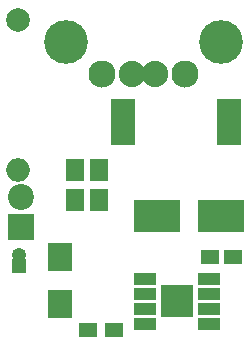
<source format=gbr>
G04 #@! TF.GenerationSoftware,KiCad,Pcbnew,(5.0.0-3-g5ebb6b6)*
G04 #@! TF.CreationDate,2018-09-18T15:00:12-07:00*
G04 #@! TF.ProjectId,phone_charger,70686F6E655F636861726765722E6B69,rev?*
G04 #@! TF.SameCoordinates,Original*
G04 #@! TF.FileFunction,Soldermask,Top*
G04 #@! TF.FilePolarity,Negative*
%FSLAX46Y46*%
G04 Gerber Fmt 4.6, Leading zero omitted, Abs format (unit mm)*
G04 Created by KiCad (PCBNEW (5.0.0-3-g5ebb6b6)) date Tuesday, September 18, 2018 at 03:00:12 PM*
%MOMM*%
%LPD*%
G01*
G04 APERTURE LIST*
%ADD10C,2.300000*%
%ADD11C,2.240000*%
%ADD12C,3.700000*%
%ADD13R,1.950000X1.000000*%
%ADD14R,1.575000X1.575000*%
%ADD15R,1.600000X1.150000*%
%ADD16R,1.650000X1.900000*%
%ADD17R,2.000000X2.400000*%
%ADD18R,3.900000X2.700000*%
%ADD19R,2.200000X2.200000*%
%ADD20C,2.200000*%
%ADD21R,1.230000X1.230000*%
%ADD22O,1.230000X1.230000*%
%ADD23R,1.600000X1.300000*%
%ADD24C,2.000000*%
%ADD25O,2.000000X2.000000*%
%ADD26R,2.100000X4.000000*%
G04 APERTURE END LIST*
D10*
G04 #@! TO.C,J2*
X104507200Y-60876000D03*
D11*
X102007200Y-60866000D03*
X100007200Y-60891000D03*
D10*
X97507200Y-60876000D03*
D12*
X107577200Y-58166000D03*
X94437200Y-58166000D03*
G04 #@! TD*
D13*
G04 #@! TO.C,U1*
X101163001Y-78187001D03*
X101163001Y-79457001D03*
X101163001Y-80727001D03*
X101163001Y-81997001D03*
X106563001Y-81997001D03*
X106563001Y-80727001D03*
X106563001Y-79457001D03*
X106563001Y-78187001D03*
D14*
X104450501Y-80679501D03*
X104450501Y-79504501D03*
X103275501Y-80679501D03*
X103275501Y-79504501D03*
G04 #@! TD*
D15*
G04 #@! TO.C,C2*
X108580000Y-76403200D03*
X106680000Y-76403200D03*
G04 #@! TD*
D16*
G04 #@! TO.C,C4*
X97282000Y-69037200D03*
X97282000Y-71537200D03*
G04 #@! TD*
G04 #@! TO.C,C3*
X95199200Y-69037200D03*
X95199200Y-71537200D03*
G04 #@! TD*
D17*
G04 #@! TO.C,C1*
X93980000Y-80352400D03*
X93980000Y-76352400D03*
G04 #@! TD*
D18*
G04 #@! TO.C,D3*
X107602000Y-72898000D03*
X102202000Y-72898000D03*
G04 #@! TD*
D19*
G04 #@! TO.C,D1*
X90627200Y-73863200D03*
D20*
X90627200Y-71323200D03*
G04 #@! TD*
D21*
G04 #@! TO.C,J1*
X90474800Y-77165200D03*
D22*
X90474800Y-76165200D03*
G04 #@! TD*
D23*
G04 #@! TO.C,R2*
X96352000Y-82550000D03*
X98552000Y-82550000D03*
G04 #@! TD*
D24*
G04 #@! TO.C,R1*
X90373200Y-56286400D03*
D25*
X90373200Y-68986400D03*
G04 #@! TD*
D26*
G04 #@! TO.C,L1*
X99284400Y-64947800D03*
X108284400Y-64947800D03*
G04 #@! TD*
M02*

</source>
